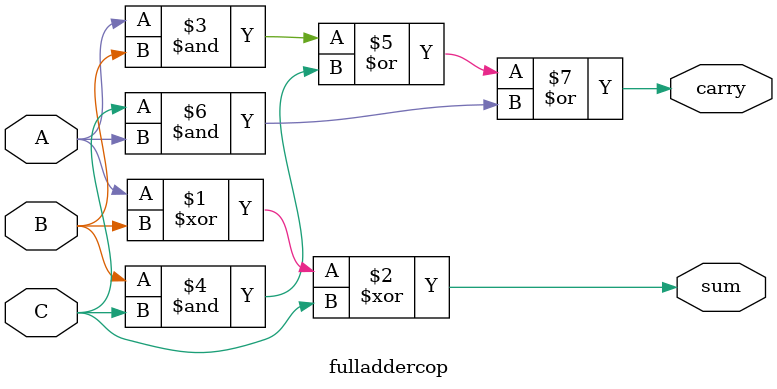
<source format=v>
module fulladdercop(A, B, C, sum, carry);
	input A, B;
	input C;
	output sum, carry;
	assign sum = (A^B)^C;
	assign carry = (A&B)|(B&C)|(C&A);
endmodule

</source>
